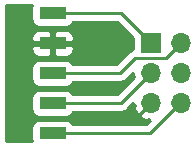
<source format=gbr>
%TF.GenerationSoftware,KiCad,Pcbnew,(5.1.9-0-10_14)*%
%TF.CreationDate,2021-04-03T00:54:56+08:00*%
%TF.ProjectId,ArduinoSWD,41726475-696e-46f5-9357-442e6b696361,rev?*%
%TF.SameCoordinates,Original*%
%TF.FileFunction,Copper,L1,Top*%
%TF.FilePolarity,Positive*%
%FSLAX46Y46*%
G04 Gerber Fmt 4.6, Leading zero omitted, Abs format (unit mm)*
G04 Created by KiCad (PCBNEW (5.1.9-0-10_14)) date 2021-04-03 00:54:56*
%MOMM*%
%LPD*%
G01*
G04 APERTURE LIST*
%TA.AperFunction,SMDPad,CuDef*%
%ADD10R,2.300000X1.020000*%
%TD*%
%TA.AperFunction,ComponentPad*%
%ADD11O,1.700000X1.700000*%
%TD*%
%TA.AperFunction,ComponentPad*%
%ADD12R,1.700000X1.700000*%
%TD*%
%TA.AperFunction,ViaPad*%
%ADD13C,0.800000*%
%TD*%
%TA.AperFunction,Conductor*%
%ADD14C,0.250000*%
%TD*%
%TA.AperFunction,Conductor*%
%ADD15C,0.254000*%
%TD*%
%TA.AperFunction,Conductor*%
%ADD16C,0.100000*%
%TD*%
G04 APERTURE END LIST*
D10*
%TO.P,J2,5*%
%TO.N,/RST*%
X116916200Y-78054200D03*
%TO.P,J2,4*%
%TO.N,/CLK*%
X116916200Y-75514200D03*
%TO.P,J2,3*%
%TO.N,/DIO*%
X116916200Y-72974200D03*
%TO.P,J2,2*%
%TO.N,GND*%
X116916200Y-70434200D03*
%TO.P,J2,1*%
%TO.N,+3V3*%
X116916200Y-67894200D03*
%TD*%
D11*
%TO.P,J1,6*%
%TO.N,/RST*%
X127762000Y-75501500D03*
%TO.P,J1,5*%
%TO.N,GND*%
X125222000Y-75501500D03*
%TO.P,J1,4*%
%TO.N,N/C*%
X127762000Y-72961500D03*
%TO.P,J1,3*%
%TO.N,/CLK*%
X125222000Y-72961500D03*
%TO.P,J1,2*%
%TO.N,/DIO*%
X127762000Y-70421500D03*
D12*
%TO.P,J1,1*%
%TO.N,+3V3*%
X125222000Y-70421500D03*
%TD*%
D13*
%TO.N,GND*%
X120650000Y-69469000D03*
X120650000Y-71120000D03*
X114046000Y-67881500D03*
X114109500Y-70485000D03*
X114109500Y-72961500D03*
X114109500Y-75374500D03*
X114109500Y-77851000D03*
X120650000Y-74168000D03*
X120650000Y-76835000D03*
%TD*%
D14*
%TO.N,/RST*%
X120765710Y-78054200D02*
X116916200Y-78054200D01*
X120778410Y-78041500D02*
X120765710Y-78054200D01*
X127698500Y-75501500D02*
X125158500Y-78041500D01*
X125158500Y-78041500D02*
X120778410Y-78041500D01*
X127762000Y-75501500D02*
X127698500Y-75501500D01*
%TO.N,GND*%
X123888500Y-76835000D02*
X120650000Y-76835000D01*
X125222000Y-75501500D02*
X123888500Y-76835000D01*
%TO.N,/CLK*%
X116928900Y-75501500D02*
X116916200Y-75514200D01*
X122682000Y-75501500D02*
X116928900Y-75501500D01*
X125222000Y-72961500D02*
X122682000Y-75501500D01*
%TO.N,/DIO*%
X116928900Y-72961500D02*
X116916200Y-72974200D01*
X122618500Y-72961500D02*
X116928900Y-72961500D01*
X126492000Y-71691500D02*
X123888500Y-71691500D01*
X123888500Y-71691500D02*
X122618500Y-72961500D01*
X127762000Y-70421500D02*
X126492000Y-71691500D01*
%TO.N,+3V3*%
X122682000Y-67881500D02*
X116928900Y-67881500D01*
X116928900Y-67881500D02*
X116916200Y-67894200D01*
X125222000Y-70421500D02*
X122682000Y-67881500D01*
%TD*%
D15*
%TO.N,GND*%
X115140388Y-67259718D02*
X115128128Y-67384200D01*
X115128128Y-68404200D01*
X115140388Y-68528682D01*
X115176698Y-68648380D01*
X115235663Y-68758694D01*
X115315015Y-68855385D01*
X115411706Y-68934737D01*
X115522020Y-68993702D01*
X115641718Y-69030012D01*
X115766200Y-69042272D01*
X118066200Y-69042272D01*
X118190682Y-69030012D01*
X118310380Y-68993702D01*
X118420694Y-68934737D01*
X118517385Y-68855385D01*
X118596737Y-68758694D01*
X118655702Y-68648380D01*
X118657789Y-68641500D01*
X122367199Y-68641500D01*
X123733928Y-70008230D01*
X123733928Y-70944191D01*
X123596253Y-70985954D01*
X123464224Y-71056526D01*
X123348499Y-71151499D01*
X123324701Y-71180497D01*
X122303699Y-72201500D01*
X118645803Y-72201500D01*
X118596737Y-72109706D01*
X118517385Y-72013015D01*
X118420694Y-71933663D01*
X118310380Y-71874698D01*
X118190682Y-71838388D01*
X118066200Y-71826128D01*
X115766200Y-71826128D01*
X115641718Y-71838388D01*
X115522020Y-71874698D01*
X115411706Y-71933663D01*
X115315015Y-72013015D01*
X115235663Y-72109706D01*
X115176698Y-72220020D01*
X115140388Y-72339718D01*
X115128128Y-72464200D01*
X115128128Y-73484200D01*
X115140388Y-73608682D01*
X115176698Y-73728380D01*
X115235663Y-73838694D01*
X115315015Y-73935385D01*
X115411706Y-74014737D01*
X115522020Y-74073702D01*
X115641718Y-74110012D01*
X115766200Y-74122272D01*
X118066200Y-74122272D01*
X118190682Y-74110012D01*
X118310380Y-74073702D01*
X118420694Y-74014737D01*
X118517385Y-73935385D01*
X118596737Y-73838694D01*
X118655702Y-73728380D01*
X118657789Y-73721500D01*
X122581178Y-73721500D01*
X122618500Y-73725176D01*
X122655822Y-73721500D01*
X122655833Y-73721500D01*
X122767486Y-73710503D01*
X122910747Y-73667046D01*
X123042776Y-73596474D01*
X123158501Y-73501501D01*
X123182304Y-73472497D01*
X123737000Y-72917801D01*
X123737000Y-73107760D01*
X123780790Y-73327907D01*
X122367199Y-74741500D01*
X118645803Y-74741500D01*
X118596737Y-74649706D01*
X118517385Y-74553015D01*
X118420694Y-74473663D01*
X118310380Y-74414698D01*
X118190682Y-74378388D01*
X118066200Y-74366128D01*
X115766200Y-74366128D01*
X115641718Y-74378388D01*
X115522020Y-74414698D01*
X115411706Y-74473663D01*
X115315015Y-74553015D01*
X115235663Y-74649706D01*
X115176698Y-74760020D01*
X115140388Y-74879718D01*
X115128128Y-75004200D01*
X115128128Y-76024200D01*
X115140388Y-76148682D01*
X115176698Y-76268380D01*
X115235663Y-76378694D01*
X115315015Y-76475385D01*
X115411706Y-76554737D01*
X115522020Y-76613702D01*
X115641718Y-76650012D01*
X115766200Y-76662272D01*
X118066200Y-76662272D01*
X118190682Y-76650012D01*
X118310380Y-76613702D01*
X118420694Y-76554737D01*
X118517385Y-76475385D01*
X118596737Y-76378694D01*
X118655702Y-76268380D01*
X118657789Y-76261500D01*
X122644678Y-76261500D01*
X122682000Y-76265176D01*
X122719322Y-76261500D01*
X122719333Y-76261500D01*
X122830986Y-76250503D01*
X122974247Y-76207046D01*
X123106276Y-76136474D01*
X123222001Y-76041501D01*
X123245804Y-76012497D01*
X123737000Y-75521301D01*
X123737000Y-75628502D01*
X123901844Y-75628502D01*
X123780524Y-75858390D01*
X123825175Y-76005599D01*
X123950359Y-76268420D01*
X124124412Y-76501769D01*
X124340645Y-76696678D01*
X124590748Y-76845657D01*
X124865109Y-76942981D01*
X125094998Y-76822315D01*
X125094998Y-76986500D01*
X125138698Y-76986500D01*
X124843699Y-77281500D01*
X120815743Y-77281500D01*
X120778410Y-77277823D01*
X120741077Y-77281500D01*
X120629424Y-77292497D01*
X120623810Y-77294200D01*
X118652591Y-77294200D01*
X118596737Y-77189706D01*
X118517385Y-77093015D01*
X118420694Y-77013663D01*
X118310380Y-76954698D01*
X118190682Y-76918388D01*
X118066200Y-76906128D01*
X115766200Y-76906128D01*
X115641718Y-76918388D01*
X115522020Y-76954698D01*
X115411706Y-77013663D01*
X115315015Y-77093015D01*
X115235663Y-77189706D01*
X115176698Y-77300020D01*
X115140388Y-77419718D01*
X115128128Y-77544200D01*
X115128128Y-78564200D01*
X115140388Y-78688682D01*
X115148371Y-78715000D01*
X112991500Y-78715000D01*
X112991500Y-70944200D01*
X115128128Y-70944200D01*
X115140388Y-71068682D01*
X115176698Y-71188380D01*
X115235663Y-71298694D01*
X115315015Y-71395385D01*
X115411706Y-71474737D01*
X115522020Y-71533702D01*
X115641718Y-71570012D01*
X115766200Y-71582272D01*
X116630450Y-71579200D01*
X116789200Y-71420450D01*
X116789200Y-70561200D01*
X117043200Y-70561200D01*
X117043200Y-71420450D01*
X117201950Y-71579200D01*
X118066200Y-71582272D01*
X118190682Y-71570012D01*
X118310380Y-71533702D01*
X118420694Y-71474737D01*
X118517385Y-71395385D01*
X118596737Y-71298694D01*
X118655702Y-71188380D01*
X118692012Y-71068682D01*
X118704272Y-70944200D01*
X118701200Y-70719950D01*
X118542450Y-70561200D01*
X117043200Y-70561200D01*
X116789200Y-70561200D01*
X115289950Y-70561200D01*
X115131200Y-70719950D01*
X115128128Y-70944200D01*
X112991500Y-70944200D01*
X112991500Y-69924200D01*
X115128128Y-69924200D01*
X115131200Y-70148450D01*
X115289950Y-70307200D01*
X116789200Y-70307200D01*
X116789200Y-69447950D01*
X117043200Y-69447950D01*
X117043200Y-70307200D01*
X118542450Y-70307200D01*
X118701200Y-70148450D01*
X118704272Y-69924200D01*
X118692012Y-69799718D01*
X118655702Y-69680020D01*
X118596737Y-69569706D01*
X118517385Y-69473015D01*
X118420694Y-69393663D01*
X118310380Y-69334698D01*
X118190682Y-69298388D01*
X118066200Y-69286128D01*
X117201950Y-69289200D01*
X117043200Y-69447950D01*
X116789200Y-69447950D01*
X116630450Y-69289200D01*
X115766200Y-69286128D01*
X115641718Y-69298388D01*
X115522020Y-69334698D01*
X115411706Y-69393663D01*
X115315015Y-69473015D01*
X115235663Y-69569706D01*
X115176698Y-69680020D01*
X115140388Y-69799718D01*
X115128128Y-69924200D01*
X112991500Y-69924200D01*
X112991500Y-67208000D01*
X115156076Y-67208000D01*
X115140388Y-67259718D01*
%TA.AperFunction,Conductor*%
D16*
G36*
X115140388Y-67259718D02*
G01*
X115128128Y-67384200D01*
X115128128Y-68404200D01*
X115140388Y-68528682D01*
X115176698Y-68648380D01*
X115235663Y-68758694D01*
X115315015Y-68855385D01*
X115411706Y-68934737D01*
X115522020Y-68993702D01*
X115641718Y-69030012D01*
X115766200Y-69042272D01*
X118066200Y-69042272D01*
X118190682Y-69030012D01*
X118310380Y-68993702D01*
X118420694Y-68934737D01*
X118517385Y-68855385D01*
X118596737Y-68758694D01*
X118655702Y-68648380D01*
X118657789Y-68641500D01*
X122367199Y-68641500D01*
X123733928Y-70008230D01*
X123733928Y-70944191D01*
X123596253Y-70985954D01*
X123464224Y-71056526D01*
X123348499Y-71151499D01*
X123324701Y-71180497D01*
X122303699Y-72201500D01*
X118645803Y-72201500D01*
X118596737Y-72109706D01*
X118517385Y-72013015D01*
X118420694Y-71933663D01*
X118310380Y-71874698D01*
X118190682Y-71838388D01*
X118066200Y-71826128D01*
X115766200Y-71826128D01*
X115641718Y-71838388D01*
X115522020Y-71874698D01*
X115411706Y-71933663D01*
X115315015Y-72013015D01*
X115235663Y-72109706D01*
X115176698Y-72220020D01*
X115140388Y-72339718D01*
X115128128Y-72464200D01*
X115128128Y-73484200D01*
X115140388Y-73608682D01*
X115176698Y-73728380D01*
X115235663Y-73838694D01*
X115315015Y-73935385D01*
X115411706Y-74014737D01*
X115522020Y-74073702D01*
X115641718Y-74110012D01*
X115766200Y-74122272D01*
X118066200Y-74122272D01*
X118190682Y-74110012D01*
X118310380Y-74073702D01*
X118420694Y-74014737D01*
X118517385Y-73935385D01*
X118596737Y-73838694D01*
X118655702Y-73728380D01*
X118657789Y-73721500D01*
X122581178Y-73721500D01*
X122618500Y-73725176D01*
X122655822Y-73721500D01*
X122655833Y-73721500D01*
X122767486Y-73710503D01*
X122910747Y-73667046D01*
X123042776Y-73596474D01*
X123158501Y-73501501D01*
X123182304Y-73472497D01*
X123737000Y-72917801D01*
X123737000Y-73107760D01*
X123780790Y-73327907D01*
X122367199Y-74741500D01*
X118645803Y-74741500D01*
X118596737Y-74649706D01*
X118517385Y-74553015D01*
X118420694Y-74473663D01*
X118310380Y-74414698D01*
X118190682Y-74378388D01*
X118066200Y-74366128D01*
X115766200Y-74366128D01*
X115641718Y-74378388D01*
X115522020Y-74414698D01*
X115411706Y-74473663D01*
X115315015Y-74553015D01*
X115235663Y-74649706D01*
X115176698Y-74760020D01*
X115140388Y-74879718D01*
X115128128Y-75004200D01*
X115128128Y-76024200D01*
X115140388Y-76148682D01*
X115176698Y-76268380D01*
X115235663Y-76378694D01*
X115315015Y-76475385D01*
X115411706Y-76554737D01*
X115522020Y-76613702D01*
X115641718Y-76650012D01*
X115766200Y-76662272D01*
X118066200Y-76662272D01*
X118190682Y-76650012D01*
X118310380Y-76613702D01*
X118420694Y-76554737D01*
X118517385Y-76475385D01*
X118596737Y-76378694D01*
X118655702Y-76268380D01*
X118657789Y-76261500D01*
X122644678Y-76261500D01*
X122682000Y-76265176D01*
X122719322Y-76261500D01*
X122719333Y-76261500D01*
X122830986Y-76250503D01*
X122974247Y-76207046D01*
X123106276Y-76136474D01*
X123222001Y-76041501D01*
X123245804Y-76012497D01*
X123737000Y-75521301D01*
X123737000Y-75628502D01*
X123901844Y-75628502D01*
X123780524Y-75858390D01*
X123825175Y-76005599D01*
X123950359Y-76268420D01*
X124124412Y-76501769D01*
X124340645Y-76696678D01*
X124590748Y-76845657D01*
X124865109Y-76942981D01*
X125094998Y-76822315D01*
X125094998Y-76986500D01*
X125138698Y-76986500D01*
X124843699Y-77281500D01*
X120815743Y-77281500D01*
X120778410Y-77277823D01*
X120741077Y-77281500D01*
X120629424Y-77292497D01*
X120623810Y-77294200D01*
X118652591Y-77294200D01*
X118596737Y-77189706D01*
X118517385Y-77093015D01*
X118420694Y-77013663D01*
X118310380Y-76954698D01*
X118190682Y-76918388D01*
X118066200Y-76906128D01*
X115766200Y-76906128D01*
X115641718Y-76918388D01*
X115522020Y-76954698D01*
X115411706Y-77013663D01*
X115315015Y-77093015D01*
X115235663Y-77189706D01*
X115176698Y-77300020D01*
X115140388Y-77419718D01*
X115128128Y-77544200D01*
X115128128Y-78564200D01*
X115140388Y-78688682D01*
X115148371Y-78715000D01*
X112991500Y-78715000D01*
X112991500Y-70944200D01*
X115128128Y-70944200D01*
X115140388Y-71068682D01*
X115176698Y-71188380D01*
X115235663Y-71298694D01*
X115315015Y-71395385D01*
X115411706Y-71474737D01*
X115522020Y-71533702D01*
X115641718Y-71570012D01*
X115766200Y-71582272D01*
X116630450Y-71579200D01*
X116789200Y-71420450D01*
X116789200Y-70561200D01*
X117043200Y-70561200D01*
X117043200Y-71420450D01*
X117201950Y-71579200D01*
X118066200Y-71582272D01*
X118190682Y-71570012D01*
X118310380Y-71533702D01*
X118420694Y-71474737D01*
X118517385Y-71395385D01*
X118596737Y-71298694D01*
X118655702Y-71188380D01*
X118692012Y-71068682D01*
X118704272Y-70944200D01*
X118701200Y-70719950D01*
X118542450Y-70561200D01*
X117043200Y-70561200D01*
X116789200Y-70561200D01*
X115289950Y-70561200D01*
X115131200Y-70719950D01*
X115128128Y-70944200D01*
X112991500Y-70944200D01*
X112991500Y-69924200D01*
X115128128Y-69924200D01*
X115131200Y-70148450D01*
X115289950Y-70307200D01*
X116789200Y-70307200D01*
X116789200Y-69447950D01*
X117043200Y-69447950D01*
X117043200Y-70307200D01*
X118542450Y-70307200D01*
X118701200Y-70148450D01*
X118704272Y-69924200D01*
X118692012Y-69799718D01*
X118655702Y-69680020D01*
X118596737Y-69569706D01*
X118517385Y-69473015D01*
X118420694Y-69393663D01*
X118310380Y-69334698D01*
X118190682Y-69298388D01*
X118066200Y-69286128D01*
X117201950Y-69289200D01*
X117043200Y-69447950D01*
X116789200Y-69447950D01*
X116630450Y-69289200D01*
X115766200Y-69286128D01*
X115641718Y-69298388D01*
X115522020Y-69334698D01*
X115411706Y-69393663D01*
X115315015Y-69473015D01*
X115235663Y-69569706D01*
X115176698Y-69680020D01*
X115140388Y-69799718D01*
X115128128Y-69924200D01*
X112991500Y-69924200D01*
X112991500Y-67208000D01*
X115156076Y-67208000D01*
X115140388Y-67259718D01*
G37*
%TD.AperFunction*%
D15*
X125349000Y-75374500D02*
X125369000Y-75374500D01*
X125369000Y-75628500D01*
X125349000Y-75628500D01*
X125349000Y-75648500D01*
X125095000Y-75648500D01*
X125095000Y-75628500D01*
X125075000Y-75628500D01*
X125075000Y-75374500D01*
X125095000Y-75374500D01*
X125095000Y-75354500D01*
X125349000Y-75354500D01*
X125349000Y-75374500D01*
%TA.AperFunction,Conductor*%
D16*
G36*
X125349000Y-75374500D02*
G01*
X125369000Y-75374500D01*
X125369000Y-75628500D01*
X125349000Y-75628500D01*
X125349000Y-75648500D01*
X125095000Y-75648500D01*
X125095000Y-75628500D01*
X125075000Y-75628500D01*
X125075000Y-75374500D01*
X125095000Y-75374500D01*
X125095000Y-75354500D01*
X125349000Y-75354500D01*
X125349000Y-75374500D01*
G37*
%TD.AperFunction*%
%TD*%
M02*

</source>
